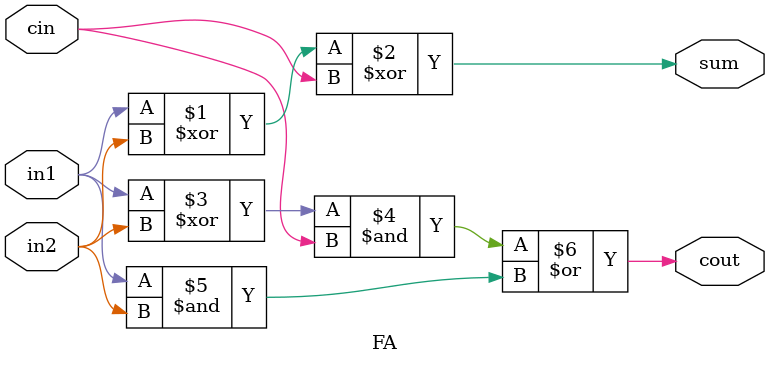
<source format=v>
`timescale 1ns / 1ps


module FA(in1,in2,cin,sum,cout);

input in1,in2,cin;
output sum,cout;

assign sum = in1 ^ in2 ^ cin;
assign cout = ((in1 ^ in2) & cin) | (in1 & in2);

endmodule

</source>
